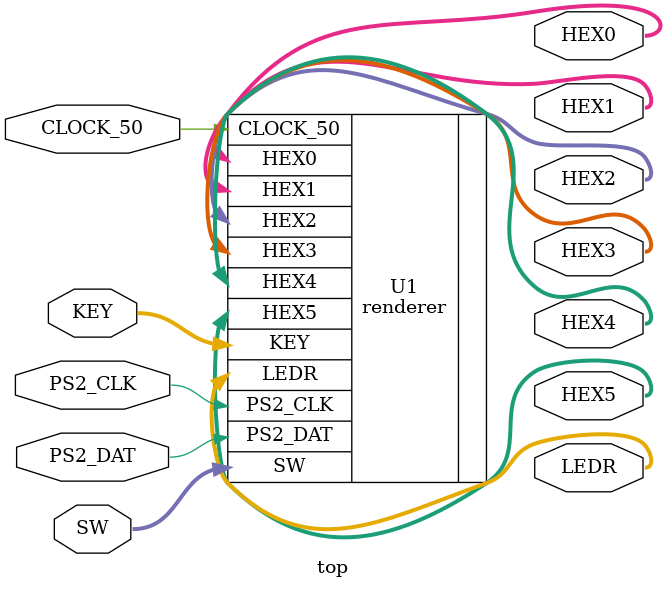
<source format=sv>

module top (CLOCK_50, SW, KEY, HEX0, HEX1, HEX2, HEX3, HEX4, HEX5, LEDR, PS2_CLK, PS2_DAT);

    input wire CLOCK_50;             // DE-series 50 MHz clock signal
    input wire [9:0] SW;        // DE-series switches
    input wire [3:0] KEY;       // DE-series pushbuttons

    output wire [6:0] HEX0;     // DE-series HEX displays
    output wire [6:0] HEX1;
    output wire [6:0] HEX2;
    output wire [6:0] HEX3;
    output wire [6:0] HEX4;
    output wire [6:0] HEX5;

    output wire [9:0] LEDR;     // DE-series LEDs  

	inout wire  PS2_CLK;
    inout wire  PS2_DAT;

    renderer U1 (.CLOCK_50(CLOCK_50),
				 .SW(SW[9:0]),
				 .KEY(KEY[3:0]),
				 .HEX0(HEX0),
				 .HEX1(HEX1),
				 .HEX2(HEX2),
				 .HEX3(HEX3),
				 .HEX4(HEX4),
				 .HEX5(HEX5),
				 .LEDR(LEDR[9:0]),
				 .PS2_CLK(PS2_CLK),
				 .PS2_DAT(PS2_DAT)
				 );

endmodule


</source>
